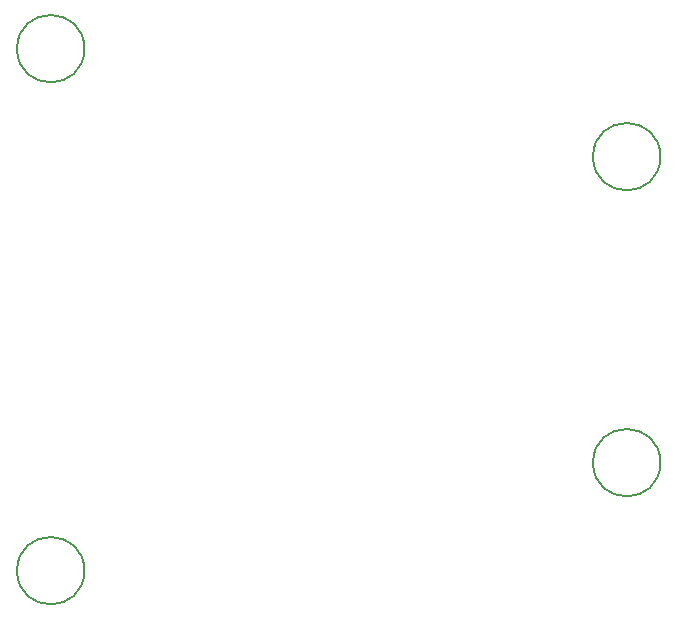
<source format=gbr>
%TF.GenerationSoftware,KiCad,Pcbnew,(6.0.5-0)*%
%TF.CreationDate,2022-08-11T13:14:41+02:00*%
%TF.ProjectId,tiny-fan,74696e79-2d66-4616-9e2e-6b696361645f,rev?*%
%TF.SameCoordinates,Original*%
%TF.FileFunction,Other,Comment*%
%FSLAX46Y46*%
G04 Gerber Fmt 4.6, Leading zero omitted, Abs format (unit mm)*
G04 Created by KiCad (PCBNEW (6.0.5-0)) date 2022-08-11 13:14:41*
%MOMM*%
%LPD*%
G01*
G04 APERTURE LIST*
%ADD10C,0.150000*%
G04 APERTURE END LIST*
D10*
%TO.C,REF4*%
X69286000Y-52583000D02*
G75*
G03*
X69286000Y-52583000I-2850000J0D01*
G01*
%TO.C,REF3*%
X69286000Y-26675000D02*
G75*
G03*
X69286000Y-26675000I-2850000J0D01*
G01*
%TO.C,REF2*%
X20518000Y-61727000D02*
G75*
G03*
X20518000Y-61727000I-2850000J0D01*
G01*
%TO.C,REF1*%
X20518000Y-17531000D02*
G75*
G03*
X20518000Y-17531000I-2850000J0D01*
G01*
%TD*%
M02*

</source>
